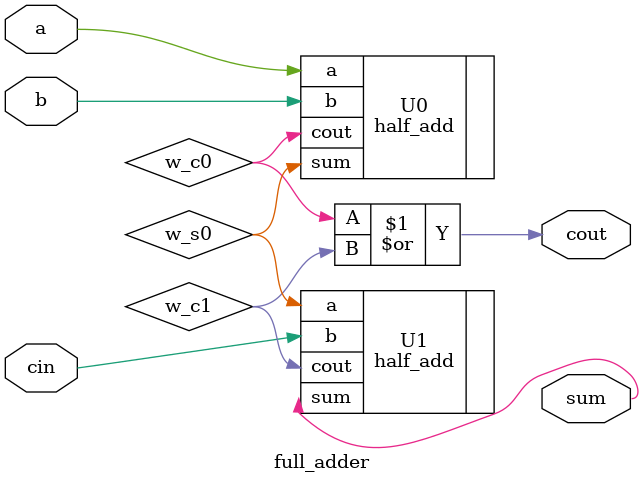
<source format=v>
`timescale 1ns / 1ps


module full_adder(
    input   a,
    input   b,
    input   cin,

    output  cout,
    output  sum
    );

    wire    w_c0, w_c1;
    wire    w_s0;

    half_add U0 (
    .a(a),
    .b(b),
    .cout(w_c0),
    .sum(w_s0)
    );

    half_add U1 (
    .a(w_s0),
    .b(cin),
    .cout(w_c1),
    .sum(sum)
    );

    assign cout = w_c0 | w_c1;

endmodule

</source>
